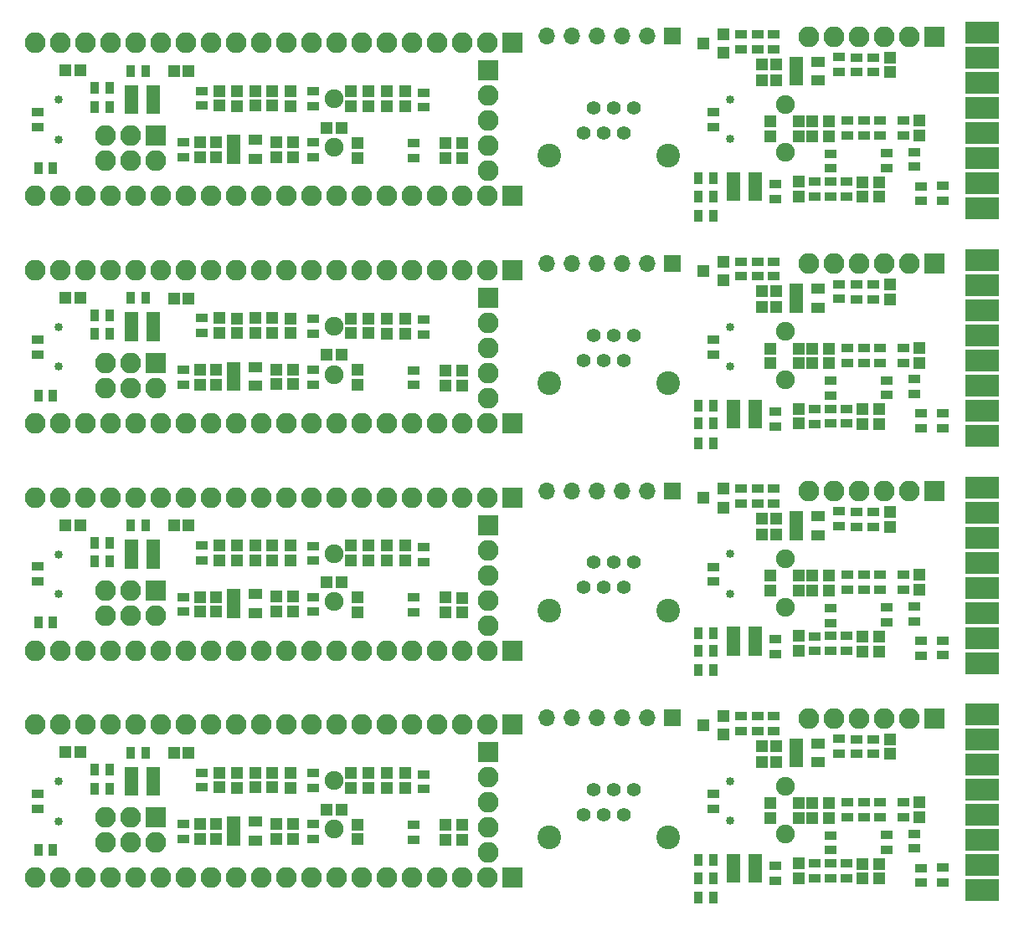
<source format=gbs>
%MOIN*%
%OFA0B0*%
%FSLAX46Y46*%
%IPPOS*%
%LPD*%
%ADD10C,0.0039370078740157488*%
%ADD11R,0.051181102362204731X0.035433070866141732*%
%ADD12R,0.082677165354330714X0.082677165354330714*%
%ADD13O,0.082677165354330714X0.082677165354330714*%
%ADD14R,0.0452755905511811X0.047244094488188976*%
%ADD15R,0.05748031496062992X0.041338582677165357*%
%ADD16R,0.035433070866141732X0.051181102362204731*%
%ADD17R,0.051181102362204731X0.047244094488188976*%
%ADD18R,0.047244094488188976X0.0452755905511811*%
%ADD19C,0.074803149606299218*%
%ADD20C,0.033464566929133861*%
%ADD31C,0.0039370078740157488*%
%ADD32R,0.051181102362204731X0.035433070866141732*%
%ADD33R,0.082677165354330714X0.082677165354330714*%
%ADD34O,0.082677165354330714X0.082677165354330714*%
%ADD35R,0.0452755905511811X0.047244094488188976*%
%ADD36R,0.05748031496062992X0.041338582677165357*%
%ADD37R,0.035433070866141732X0.051181102362204731*%
%ADD38R,0.051181102362204731X0.047244094488188976*%
%ADD39R,0.047244094488188976X0.0452755905511811*%
%ADD40C,0.074803149606299218*%
%ADD41C,0.033464566929133861*%
%ADD42C,0.0039370078740157488*%
%ADD43R,0.051181102362204731X0.035433070866141732*%
%ADD44R,0.082677165354330714X0.082677165354330714*%
%ADD45O,0.082677165354330714X0.082677165354330714*%
%ADD46R,0.0452755905511811X0.047244094488188976*%
%ADD47R,0.05748031496062992X0.041338582677165357*%
%ADD48R,0.035433070866141732X0.051181102362204731*%
%ADD49R,0.051181102362204731X0.047244094488188976*%
%ADD50R,0.047244094488188976X0.0452755905511811*%
%ADD51C,0.074803149606299218*%
%ADD52C,0.033464566929133861*%
%ADD53C,0.0039370078740157488*%
%ADD54R,0.051181102362204731X0.035433070866141732*%
%ADD55R,0.082677165354330714X0.082677165354330714*%
%ADD56O,0.082677165354330714X0.082677165354330714*%
%ADD57R,0.0452755905511811X0.047244094488188976*%
%ADD58R,0.05748031496062992X0.041338582677165357*%
%ADD59R,0.035433070866141732X0.051181102362204731*%
%ADD60R,0.051181102362204731X0.047244094488188976*%
%ADD61R,0.047244094488188976X0.0452755905511811*%
%ADD62C,0.074803149606299218*%
%ADD63C,0.033464566929133861*%
%ADD64C,0.0039370078740157488*%
%ADD65C,0.033464566929133861*%
%ADD66R,0.082677165354330714X0.082677165354330714*%
%ADD67O,0.082677165354330714X0.082677165354330714*%
%ADD68R,0.035433070866141732X0.051181102362204731*%
%ADD69R,0.047244094488188976X0.0452755905511811*%
%ADD70R,0.0452755905511811X0.047244094488188976*%
%ADD71C,0.074803149606299218*%
%ADD72R,0.051181102362204731X0.035433070866141732*%
%ADD73R,0.05748031496062992X0.041338582677165357*%
%ADD74C,0.0039370078740157488*%
%ADD75C,0.033464566929133861*%
%ADD76R,0.082677165354330714X0.082677165354330714*%
%ADD77O,0.082677165354330714X0.082677165354330714*%
%ADD78R,0.035433070866141732X0.051181102362204731*%
%ADD79R,0.047244094488188976X0.0452755905511811*%
%ADD80R,0.0452755905511811X0.047244094488188976*%
%ADD81C,0.074803149606299218*%
%ADD82R,0.051181102362204731X0.035433070866141732*%
%ADD83R,0.05748031496062992X0.041338582677165357*%
%ADD84C,0.0039370078740157488*%
%ADD85C,0.033464566929133861*%
%ADD86R,0.082677165354330714X0.082677165354330714*%
%ADD87O,0.082677165354330714X0.082677165354330714*%
%ADD88R,0.035433070866141732X0.051181102362204731*%
%ADD89R,0.047244094488188976X0.0452755905511811*%
%ADD90R,0.0452755905511811X0.047244094488188976*%
%ADD91C,0.074803149606299218*%
%ADD92R,0.051181102362204731X0.035433070866141732*%
%ADD93R,0.05748031496062992X0.041338582677165357*%
%ADD94C,0.0039370078740157488*%
%ADD95C,0.033464566929133861*%
%ADD96R,0.082677165354330714X0.082677165354330714*%
%ADD97O,0.082677165354330714X0.082677165354330714*%
%ADD98R,0.035433070866141732X0.051181102362204731*%
%ADD99R,0.047244094488188976X0.0452755905511811*%
%ADD100R,0.0452755905511811X0.047244094488188976*%
%ADD101C,0.074803149606299218*%
%ADD102R,0.051181102362204731X0.035433070866141732*%
%ADD103R,0.05748031496062992X0.041338582677165357*%
%ADD104C,0.0039370078740157488*%
%ADD105C,0.094488188976377951*%
%ADD106C,0.055118110236220472*%
%ADD107R,0.066929133858267723X0.066929133858267723*%
%ADD108O,0.066929133858267723X0.066929133858267723*%
%ADD109C,0.0039370078740157488*%
%ADD110C,0.094488188976377951*%
%ADD111C,0.055118110236220472*%
%ADD112R,0.066929133858267723X0.066929133858267723*%
%ADD113O,0.066929133858267723X0.066929133858267723*%
%ADD114C,0.0039370078740157488*%
%ADD115C,0.094488188976377951*%
%ADD116C,0.055118110236220472*%
%ADD117R,0.066929133858267723X0.066929133858267723*%
%ADD118O,0.066929133858267723X0.066929133858267723*%
%ADD119C,0.0039370078740157488*%
%ADD120C,0.094488188976377951*%
%ADD121C,0.055118110236220472*%
%ADD122R,0.066929133858267723X0.066929133858267723*%
%ADD123O,0.066929133858267723X0.066929133858267723*%
G01G01*
D10*
D11*
X0002677165Y0000905511D02*
X0003242716Y0000319291D03*
X0003242716Y0000260236D03*
X0003574803Y0000267322D03*
X0003574803Y0000326377D03*
X0003465354Y0000322047D03*
X0003465354Y0000262992D03*
D10*
G36*
X0003913385Y0000843700D02*
X0003913385Y0000757086D01*
X0003779527Y0000757086D01*
X0003779527Y0000843700D01*
X0003913385Y0000843700D01*
X0003913385Y0000843700D01*
G37*
G36*
X0003913385Y0000743700D02*
X0003913385Y0000657086D01*
X0003779527Y0000657086D01*
X0003779527Y0000743700D01*
X0003913385Y0000743700D01*
X0003913385Y0000743700D01*
G37*
G36*
X0003913385Y0000643700D02*
X0003913385Y0000557086D01*
X0003779527Y0000557086D01*
X0003779527Y0000643700D01*
X0003913385Y0000643700D01*
X0003913385Y0000643700D01*
G37*
G36*
X0003913385Y0000543700D02*
X0003913385Y0000457086D01*
X0003779527Y0000457086D01*
X0003779527Y0000543700D01*
X0003913385Y0000543700D01*
X0003913385Y0000543700D01*
G37*
G36*
X0003913385Y0000443700D02*
X0003913385Y0000357086D01*
X0003779527Y0000357086D01*
X0003779527Y0000443700D01*
X0003913385Y0000443700D01*
X0003913385Y0000443700D01*
G37*
G36*
X0003913385Y0000343700D02*
X0003913385Y0000257086D01*
X0003779527Y0000257086D01*
X0003779527Y0000343700D01*
X0003913385Y0000343700D01*
X0003913385Y0000343700D01*
G37*
G36*
X0003913385Y0000243700D02*
X0003913385Y0000157086D01*
X0003779527Y0000157086D01*
X0003779527Y0000243700D01*
X0003913385Y0000243700D01*
X0003913385Y0000243700D01*
G37*
G36*
X0003913385Y0000143700D02*
X0003913385Y0000057086D01*
X0003779527Y0000057086D01*
X0003779527Y0000143700D01*
X0003913385Y0000143700D01*
X0003913385Y0000143700D01*
G37*
D12*
X0003654937Y0000786314D03*
D13*
X0003554937Y0000786314D03*
X0003454937Y0000786314D03*
X0003354937Y0000786314D03*
X0003254937Y0000786314D03*
X0003154937Y0000786314D03*
D11*
X0003345275Y0000643700D03*
X0003345275Y0000702755D03*
X0003307937Y0000392125D03*
X0003307937Y0000451181D03*
D14*
X0003370866Y0000205905D03*
X0003370866Y0000146850D03*
X0003596937Y0000392125D03*
X0003596937Y0000451181D03*
X0003480314Y0000643700D03*
X0003480314Y0000702755D03*
X0003235937Y0000389787D03*
X0003235937Y0000448842D03*
D11*
X0003022440Y0000137795D03*
X0003022440Y0000196850D03*
X0003688224Y0000191096D03*
X0003688224Y0000132041D03*
X0003603291Y0000130826D03*
X0003603291Y0000189881D03*
D15*
X0002857086Y0000150787D03*
X0002857086Y0000188188D03*
X0002857086Y0000225590D03*
X0002943700Y0000225590D03*
X0002943700Y0000150787D03*
X0002943700Y0000188188D03*
D11*
X0003412992Y0000702755D03*
X0003412992Y0000643700D03*
X0003375937Y0000451181D03*
X0003375937Y0000392125D03*
X0003440937Y0000392125D03*
X0003440937Y0000451181D03*
X0003532677Y0000451181D03*
X0003532677Y0000392125D03*
X0003017173Y0000794748D03*
X0003017173Y0000735692D03*
X0003274803Y0000705511D03*
X0003274803Y0000646456D03*
X0002885173Y0000735692D03*
X0002885173Y0000794748D03*
X0002951173Y0000794748D03*
X0002951173Y0000735692D03*
X0002774417Y0000484251D03*
X0002774417Y0000425196D03*
D16*
X0002775590Y0000071850D03*
X0002716535Y0000071850D03*
X0002775590Y0000220472D03*
X0002716535Y0000220472D03*
X0002775590Y0000149606D03*
X0002716535Y0000149606D03*
D11*
X0003242716Y0000208251D03*
X0003242716Y0000149196D03*
X0003305716Y0000208251D03*
X0003305716Y0000149196D03*
X0003180716Y0000207251D03*
X0003180716Y0000148196D03*
D17*
X0002814960Y0000795275D03*
X0002814960Y0000720472D03*
X0002736220Y0000757874D03*
D14*
X0003168897Y0000389370D03*
X0003168897Y0000448425D03*
D18*
X0003027267Y0000675685D03*
X0002968212Y0000675685D03*
D14*
X0003114566Y0000448818D03*
X0003114566Y0000389763D03*
X0003001968Y0000389370D03*
X0003001968Y0000448425D03*
X0003114716Y0000149196D03*
X0003114716Y0000208251D03*
X0003434645Y0000205905D03*
X0003434645Y0000146850D03*
D19*
X0003062937Y0000324314D03*
X0003062937Y0000516440D03*
D18*
X0003027267Y0000612685D03*
X0002968212Y0000612685D03*
D15*
X0003105511Y0000611023D03*
X0003105511Y0000648425D03*
X0003105511Y0000685826D03*
X0003192125Y0000685826D03*
X0003192125Y0000611023D03*
D20*
X0002842913Y0000534842D03*
X0002842913Y0000377362D03*
G04 next file*
G04 Gerber Fmt 4.6, Leading zero omitted, Abs format (unit mm)*
G04 Created by KiCad (PCBNEW 4.0.7) date 11/22/17 20:23:05*
G01G01*
G04 APERTURE LIST*
G04 APERTURE END LIST*
D31*
D32*
X0002677165Y0001811023D02*
X0003242716Y0001224803D03*
X0003242716Y0001165748D03*
X0003574803Y0001172834D03*
X0003574803Y0001231889D03*
X0003465354Y0001227559D03*
X0003465354Y0001168503D03*
D31*
G36*
X0003913385Y0001749212D02*
X0003913385Y0001662598D01*
X0003779527Y0001662598D01*
X0003779527Y0001749212D01*
X0003913385Y0001749212D01*
X0003913385Y0001749212D01*
G37*
G36*
X0003913385Y0001649212D02*
X0003913385Y0001562598D01*
X0003779527Y0001562598D01*
X0003779527Y0001649212D01*
X0003913385Y0001649212D01*
X0003913385Y0001649212D01*
G37*
G36*
X0003913385Y0001549212D02*
X0003913385Y0001462598D01*
X0003779527Y0001462598D01*
X0003779527Y0001549212D01*
X0003913385Y0001549212D01*
X0003913385Y0001549212D01*
G37*
G36*
X0003913385Y0001449212D02*
X0003913385Y0001362598D01*
X0003779527Y0001362598D01*
X0003779527Y0001449212D01*
X0003913385Y0001449212D01*
X0003913385Y0001449212D01*
G37*
G36*
X0003913385Y0001349212D02*
X0003913385Y0001262598D01*
X0003779527Y0001262598D01*
X0003779527Y0001349212D01*
X0003913385Y0001349212D01*
X0003913385Y0001349212D01*
G37*
G36*
X0003913385Y0001249212D02*
X0003913385Y0001162598D01*
X0003779527Y0001162598D01*
X0003779527Y0001249212D01*
X0003913385Y0001249212D01*
X0003913385Y0001249212D01*
G37*
G36*
X0003913385Y0001149212D02*
X0003913385Y0001062598D01*
X0003779527Y0001062598D01*
X0003779527Y0001149212D01*
X0003913385Y0001149212D01*
X0003913385Y0001149212D01*
G37*
G36*
X0003913385Y0001049212D02*
X0003913385Y0000962598D01*
X0003779527Y0000962598D01*
X0003779527Y0001049212D01*
X0003913385Y0001049212D01*
X0003913385Y0001049212D01*
G37*
D33*
X0003654937Y0001691826D03*
D34*
X0003554937Y0001691826D03*
X0003454937Y0001691826D03*
X0003354937Y0001691826D03*
X0003254937Y0001691826D03*
X0003154937Y0001691826D03*
D32*
X0003345275Y0001549212D03*
X0003345275Y0001608267D03*
X0003307937Y0001297637D03*
X0003307937Y0001356692D03*
D35*
X0003370866Y0001111417D03*
X0003370866Y0001052362D03*
X0003596937Y0001297637D03*
X0003596937Y0001356692D03*
X0003480314Y0001549212D03*
X0003480314Y0001608267D03*
X0003235937Y0001295299D03*
X0003235937Y0001354354D03*
D32*
X0003022440Y0001043307D03*
X0003022440Y0001102362D03*
X0003688224Y0001096608D03*
X0003688224Y0001037553D03*
X0003603291Y0001036338D03*
X0003603291Y0001095393D03*
D36*
X0002857086Y0001056299D03*
X0002857086Y0001093700D03*
X0002857086Y0001131102D03*
X0002943700Y0001131102D03*
X0002943700Y0001056299D03*
X0002943700Y0001093700D03*
D32*
X0003412992Y0001608267D03*
X0003412992Y0001549212D03*
X0003375937Y0001356692D03*
X0003375937Y0001297637D03*
X0003440937Y0001297637D03*
X0003440937Y0001356692D03*
X0003532677Y0001356692D03*
X0003532677Y0001297637D03*
X0003017173Y0001700259D03*
X0003017173Y0001641204D03*
X0003274803Y0001611023D03*
X0003274803Y0001551968D03*
X0002885173Y0001641204D03*
X0002885173Y0001700259D03*
X0002951173Y0001700259D03*
X0002951173Y0001641204D03*
X0002774417Y0001389763D03*
X0002774417Y0001330708D03*
D37*
X0002775590Y0000977362D03*
X0002716535Y0000977362D03*
X0002775590Y0001125984D03*
X0002716535Y0001125984D03*
X0002775590Y0001055118D03*
X0002716535Y0001055118D03*
D32*
X0003242716Y0001113763D03*
X0003242716Y0001054708D03*
X0003305716Y0001113763D03*
X0003305716Y0001054708D03*
X0003180716Y0001112763D03*
X0003180716Y0001053708D03*
D38*
X0002814960Y0001700787D03*
X0002814960Y0001625984D03*
X0002736220Y0001663385D03*
D35*
X0003168897Y0001294881D03*
X0003168897Y0001353937D03*
D39*
X0003027267Y0001581196D03*
X0002968212Y0001581196D03*
D35*
X0003114566Y0001354330D03*
X0003114566Y0001295275D03*
X0003001968Y0001294881D03*
X0003001968Y0001353937D03*
X0003114716Y0001054708D03*
X0003114716Y0001113763D03*
X0003434645Y0001111417D03*
X0003434645Y0001052362D03*
D40*
X0003062937Y0001229826D03*
X0003062937Y0001421952D03*
D39*
X0003027267Y0001518196D03*
X0002968212Y0001518196D03*
D36*
X0003105511Y0001516535D03*
X0003105511Y0001553937D03*
X0003105511Y0001591338D03*
X0003192125Y0001591338D03*
X0003192125Y0001516535D03*
D41*
X0002842913Y0001440354D03*
X0002842913Y0001282874D03*
G04 next file*
G04 Gerber Fmt 4.6, Leading zero omitted, Abs format (unit mm)*
G04 Created by KiCad (PCBNEW 4.0.7) date 11/22/17 20:23:05*
G01G01*
G04 APERTURE LIST*
G04 APERTURE END LIST*
D42*
D43*
X0002677165Y0002716535D02*
X0003242716Y0002130314D03*
X0003242716Y0002071259D03*
X0003574803Y0002078346D03*
X0003574803Y0002137401D03*
X0003465354Y0002133070D03*
X0003465354Y0002074015D03*
D42*
G36*
X0003913385Y0002654724D02*
X0003913385Y0002568110D01*
X0003779527Y0002568110D01*
X0003779527Y0002654724D01*
X0003913385Y0002654724D01*
X0003913385Y0002654724D01*
G37*
G36*
X0003913385Y0002554724D02*
X0003913385Y0002468110D01*
X0003779527Y0002468110D01*
X0003779527Y0002554724D01*
X0003913385Y0002554724D01*
X0003913385Y0002554724D01*
G37*
G36*
X0003913385Y0002454724D02*
X0003913385Y0002368110D01*
X0003779527Y0002368110D01*
X0003779527Y0002454724D01*
X0003913385Y0002454724D01*
X0003913385Y0002454724D01*
G37*
G36*
X0003913385Y0002354724D02*
X0003913385Y0002268110D01*
X0003779527Y0002268110D01*
X0003779527Y0002354724D01*
X0003913385Y0002354724D01*
X0003913385Y0002354724D01*
G37*
G36*
X0003913385Y0002254724D02*
X0003913385Y0002168110D01*
X0003779527Y0002168110D01*
X0003779527Y0002254724D01*
X0003913385Y0002254724D01*
X0003913385Y0002254724D01*
G37*
G36*
X0003913385Y0002154724D02*
X0003913385Y0002068110D01*
X0003779527Y0002068110D01*
X0003779527Y0002154724D01*
X0003913385Y0002154724D01*
X0003913385Y0002154724D01*
G37*
G36*
X0003913385Y0002054724D02*
X0003913385Y0001968110D01*
X0003779527Y0001968110D01*
X0003779527Y0002054724D01*
X0003913385Y0002054724D01*
X0003913385Y0002054724D01*
G37*
G36*
X0003913385Y0001954724D02*
X0003913385Y0001868110D01*
X0003779527Y0001868110D01*
X0003779527Y0001954724D01*
X0003913385Y0001954724D01*
X0003913385Y0001954724D01*
G37*
D44*
X0003654937Y0002597338D03*
D45*
X0003554937Y0002597338D03*
X0003454937Y0002597338D03*
X0003354937Y0002597338D03*
X0003254937Y0002597338D03*
X0003154937Y0002597338D03*
D43*
X0003345275Y0002454724D03*
X0003345275Y0002513779D03*
X0003307937Y0002203149D03*
X0003307937Y0002262204D03*
D46*
X0003370866Y0002016929D03*
X0003370866Y0001957874D03*
X0003596937Y0002203149D03*
X0003596937Y0002262204D03*
X0003480314Y0002454724D03*
X0003480314Y0002513779D03*
X0003235937Y0002200811D03*
X0003235937Y0002259866D03*
D43*
X0003022440Y0001948818D03*
X0003022440Y0002007874D03*
X0003688224Y0002002120D03*
X0003688224Y0001943064D03*
X0003603291Y0001941850D03*
X0003603291Y0002000905D03*
D47*
X0002857086Y0001961811D03*
X0002857086Y0001999212D03*
X0002857086Y0002036614D03*
X0002943700Y0002036614D03*
X0002943700Y0001961811D03*
X0002943700Y0001999212D03*
D43*
X0003412992Y0002513779D03*
X0003412992Y0002454724D03*
X0003375937Y0002262204D03*
X0003375937Y0002203149D03*
X0003440937Y0002203149D03*
X0003440937Y0002262204D03*
X0003532677Y0002262204D03*
X0003532677Y0002203149D03*
X0003017173Y0002605771D03*
X0003017173Y0002546716D03*
X0003274803Y0002516535D03*
X0003274803Y0002457480D03*
X0002885173Y0002546716D03*
X0002885173Y0002605771D03*
X0002951173Y0002605771D03*
X0002951173Y0002546716D03*
X0002774417Y0002295275D03*
X0002774417Y0002236220D03*
D48*
X0002775590Y0001882874D03*
X0002716535Y0001882874D03*
X0002775590Y0002031496D03*
X0002716535Y0002031496D03*
X0002775590Y0001960629D03*
X0002716535Y0001960629D03*
D43*
X0003242716Y0002019275D03*
X0003242716Y0001960220D03*
X0003305716Y0002019275D03*
X0003305716Y0001960220D03*
X0003180716Y0002018275D03*
X0003180716Y0001959220D03*
D49*
X0002814960Y0002606299D03*
X0002814960Y0002531496D03*
X0002736220Y0002568897D03*
D46*
X0003168897Y0002200393D03*
X0003168897Y0002259448D03*
D50*
X0003027267Y0002486708D03*
X0002968212Y0002486708D03*
D46*
X0003114566Y0002259842D03*
X0003114566Y0002200787D03*
X0003001968Y0002200393D03*
X0003001968Y0002259448D03*
X0003114716Y0001960220D03*
X0003114716Y0002019275D03*
X0003434645Y0002016929D03*
X0003434645Y0001957874D03*
D51*
X0003062937Y0002135338D03*
X0003062937Y0002327464D03*
D50*
X0003027267Y0002423708D03*
X0002968212Y0002423708D03*
D47*
X0003105511Y0002422047D03*
X0003105511Y0002459448D03*
X0003105511Y0002496850D03*
X0003192125Y0002496850D03*
X0003192125Y0002422047D03*
D52*
X0002842913Y0002345866D03*
X0002842913Y0002188385D03*
G04 next file*
G04 Gerber Fmt 4.6, Leading zero omitted, Abs format (unit mm)*
G04 Created by KiCad (PCBNEW 4.0.7) date 11/22/17 20:23:05*
G01G01*
G04 APERTURE LIST*
G04 APERTURE END LIST*
D53*
D54*
X0002677165Y0003622047D02*
X0003242716Y0003035826D03*
X0003242716Y0002976771D03*
X0003574803Y0002983858D03*
X0003574803Y0003042913D03*
X0003465354Y0003038582D03*
X0003465354Y0002979527D03*
D53*
G36*
X0003913385Y0003560236D02*
X0003913385Y0003473622D01*
X0003779527Y0003473622D01*
X0003779527Y0003560236D01*
X0003913385Y0003560236D01*
X0003913385Y0003560236D01*
G37*
G36*
X0003913385Y0003460236D02*
X0003913385Y0003373622D01*
X0003779527Y0003373622D01*
X0003779527Y0003460236D01*
X0003913385Y0003460236D01*
X0003913385Y0003460236D01*
G37*
G36*
X0003913385Y0003360236D02*
X0003913385Y0003273622D01*
X0003779527Y0003273622D01*
X0003779527Y0003360236D01*
X0003913385Y0003360236D01*
X0003913385Y0003360236D01*
G37*
G36*
X0003913385Y0003260236D02*
X0003913385Y0003173622D01*
X0003779527Y0003173622D01*
X0003779527Y0003260236D01*
X0003913385Y0003260236D01*
X0003913385Y0003260236D01*
G37*
G36*
X0003913385Y0003160236D02*
X0003913385Y0003073622D01*
X0003779527Y0003073622D01*
X0003779527Y0003160236D01*
X0003913385Y0003160236D01*
X0003913385Y0003160236D01*
G37*
G36*
X0003913385Y0003060236D02*
X0003913385Y0002973622D01*
X0003779527Y0002973622D01*
X0003779527Y0003060236D01*
X0003913385Y0003060236D01*
X0003913385Y0003060236D01*
G37*
G36*
X0003913385Y0002960236D02*
X0003913385Y0002873622D01*
X0003779527Y0002873622D01*
X0003779527Y0002960236D01*
X0003913385Y0002960236D01*
X0003913385Y0002960236D01*
G37*
G36*
X0003913385Y0002860236D02*
X0003913385Y0002773622D01*
X0003779527Y0002773622D01*
X0003779527Y0002860236D01*
X0003913385Y0002860236D01*
X0003913385Y0002860236D01*
G37*
D55*
X0003654937Y0003502850D03*
D56*
X0003554937Y0003502850D03*
X0003454937Y0003502850D03*
X0003354937Y0003502850D03*
X0003254937Y0003502850D03*
X0003154937Y0003502850D03*
D54*
X0003345275Y0003360236D03*
X0003345275Y0003419291D03*
X0003307937Y0003108661D03*
X0003307937Y0003167716D03*
D57*
X0003370866Y0002922440D03*
X0003370866Y0002863385D03*
X0003596937Y0003108661D03*
X0003596937Y0003167716D03*
X0003480314Y0003360236D03*
X0003480314Y0003419291D03*
X0003235937Y0003106322D03*
X0003235937Y0003165377D03*
D54*
X0003022440Y0002854330D03*
X0003022440Y0002913385D03*
X0003688224Y0002907631D03*
X0003688224Y0002848576D03*
X0003603291Y0002847362D03*
X0003603291Y0002906417D03*
D58*
X0002857086Y0002867322D03*
X0002857086Y0002904724D03*
X0002857086Y0002942125D03*
X0002943700Y0002942125D03*
X0002943700Y0002867322D03*
X0002943700Y0002904724D03*
D54*
X0003412992Y0003419291D03*
X0003412992Y0003360236D03*
X0003375937Y0003167716D03*
X0003375937Y0003108661D03*
X0003440937Y0003108661D03*
X0003440937Y0003167716D03*
X0003532677Y0003167716D03*
X0003532677Y0003108661D03*
X0003017173Y0003511283D03*
X0003017173Y0003452228D03*
X0003274803Y0003422047D03*
X0003274803Y0003362992D03*
X0002885173Y0003452228D03*
X0002885173Y0003511283D03*
X0002951173Y0003511283D03*
X0002951173Y0003452228D03*
X0002774417Y0003200787D03*
X0002774417Y0003141732D03*
D59*
X0002775590Y0002788385D03*
X0002716535Y0002788385D03*
X0002775590Y0002937007D03*
X0002716535Y0002937007D03*
X0002775590Y0002866141D03*
X0002716535Y0002866141D03*
D54*
X0003242716Y0002924787D03*
X0003242716Y0002865732D03*
X0003305716Y0002924787D03*
X0003305716Y0002865732D03*
X0003180716Y0002923787D03*
X0003180716Y0002864732D03*
D60*
X0002814960Y0003511811D03*
X0002814960Y0003437007D03*
X0002736220Y0003474409D03*
D57*
X0003168897Y0003105905D03*
X0003168897Y0003164960D03*
D61*
X0003027267Y0003392220D03*
X0002968212Y0003392220D03*
D57*
X0003114566Y0003165354D03*
X0003114566Y0003106299D03*
X0003001968Y0003105905D03*
X0003001968Y0003164960D03*
X0003114716Y0002865732D03*
X0003114716Y0002924787D03*
X0003434645Y0002922440D03*
X0003434645Y0002863385D03*
D62*
X0003062937Y0003040850D03*
X0003062937Y0003232976D03*
D61*
X0003027267Y0003329220D03*
X0002968212Y0003329220D03*
D58*
X0003105511Y0003327559D03*
X0003105511Y0003364960D03*
X0003105511Y0003402362D03*
X0003192125Y0003402362D03*
X0003192125Y0003327559D03*
D63*
X0002842913Y0003251377D03*
X0002842913Y0003093897D03*
G04 next file*
G04 Gerber Fmt 4.6, Leading zero omitted, Abs format (unit mm)*
G04 Created by KiCad (PCBNEW 4.0.7) date 11/22/17 20:15:40*
G01G01*
G04 APERTURE LIST*
G04 APERTURE END LIST*
D64*
D65*
X0000000000Y0001811023D02*
X0000168188Y0001439094D03*
X0000168188Y0001281614D03*
D66*
X0001880787Y0001555826D03*
D67*
X0001880787Y0001455826D03*
X0001880787Y0001355826D03*
X0001880787Y0001255826D03*
X0001880787Y0001155826D03*
D68*
X0000088267Y0001166850D03*
X0000147322Y0001166850D03*
D69*
X0001236299Y0001328267D03*
X0001295354Y0001328267D03*
D70*
X0001359921Y0001268031D03*
X0001359921Y0001208976D03*
X0001775669Y0001207007D03*
X0001775669Y0001266062D03*
D69*
X0000255196Y0001556220D03*
X0000196141Y0001556220D03*
X0000628425Y0001553858D03*
X0000687480Y0001553858D03*
D71*
X0001265433Y0001251102D03*
X0001265433Y0001443228D03*
D72*
X0000665826Y0001269606D03*
X0000665826Y0001210551D03*
D70*
X0000731968Y0001210944D03*
X0000731968Y0001269999D03*
X0000796535Y0001269606D03*
X0000796535Y0001210551D03*
D73*
X0000866220Y0001205433D03*
X0000866220Y0001242834D03*
X0000866220Y0001280236D03*
X0000952834Y0001280236D03*
X0000952834Y0001205433D03*
D70*
X0001034724Y0001270787D03*
X0001034724Y0001211732D03*
X0001103228Y0001270393D03*
X0001103228Y0001211338D03*
D72*
X0001181574Y0001269606D03*
X0001181574Y0001210551D03*
X0001582362Y0001267244D03*
X0001582362Y0001208188D03*
D70*
X0001710708Y0001207795D03*
X0001710708Y0001266850D03*
D72*
X0001623622Y0001468503D03*
X0001623622Y0001409448D03*
D70*
X0001476456Y0001414488D03*
X0001476456Y0001473543D03*
X0001401653Y0001474330D03*
X0001401653Y0001415275D03*
X0001333543Y0001474330D03*
X0001333543Y0001415275D03*
D72*
X0001184330Y0001413700D03*
X0001184330Y0001472755D03*
D70*
X0001093385Y0001415275D03*
X0001093385Y0001474330D03*
X0000810708Y0001415669D03*
X0000810708Y0001474724D03*
X0001019370Y0001415669D03*
X0001019370Y0001474724D03*
X0000878818Y0001414881D03*
X0000878818Y0001473937D03*
X0000952834Y0001416062D03*
X0000952834Y0001475118D03*
D72*
X0000739055Y0001475511D03*
X0000739055Y0001416456D03*
D68*
X0000516535Y0001554724D03*
X0000457480Y0001554724D03*
D73*
X0000546535Y0001477874D03*
X0000546535Y0001440472D03*
X0000546535Y0001403070D03*
X0000459921Y0001403070D03*
X0000459921Y0001477874D03*
X0000459921Y0001440472D03*
D68*
X0000372125Y0001411338D03*
X0000313070Y0001411338D03*
X0000372125Y0001486535D03*
X0000313070Y0001486535D03*
D72*
X0000085118Y0001390078D03*
X0000085118Y0001331023D03*
D66*
X0001974488Y0001055826D03*
D67*
X0001874488Y0001055826D03*
X0001774488Y0001055826D03*
X0001674488Y0001055826D03*
X0001574488Y0001055826D03*
X0001474488Y0001055826D03*
X0001374488Y0001055826D03*
X0001274488Y0001055826D03*
X0001174488Y0001055826D03*
X0001074488Y0001055826D03*
X0000974488Y0001055826D03*
X0000874488Y0001055826D03*
X0000774488Y0001055826D03*
X0000674488Y0001055826D03*
X0000574488Y0001055826D03*
X0000474488Y0001055826D03*
X0000374488Y0001055826D03*
X0000274488Y0001055826D03*
X0000174488Y0001055826D03*
X0000074488Y0001055826D03*
D66*
X0001974488Y0001666062D03*
D67*
X0001874488Y0001666062D03*
X0001774488Y0001666062D03*
X0001674488Y0001666062D03*
X0001574488Y0001666062D03*
X0001474488Y0001666062D03*
X0001374488Y0001666062D03*
X0001274488Y0001666062D03*
X0001174488Y0001666062D03*
X0001074488Y0001666062D03*
X0000974488Y0001666062D03*
X0000874488Y0001666062D03*
X0000774488Y0001666062D03*
X0000674488Y0001666062D03*
X0000574488Y0001666062D03*
X0000474488Y0001666062D03*
X0000374488Y0001666062D03*
X0000274488Y0001666062D03*
X0000174488Y0001666062D03*
X0000074488Y0001666062D03*
D66*
X0000555511Y0001296062D03*
D67*
X0000555511Y0001196062D03*
X0000455511Y0001296062D03*
X0000455511Y0001196062D03*
X0000355511Y0001296062D03*
X0000355511Y0001196062D03*
D70*
X0001549685Y0001414488D03*
X0001549685Y0001473543D03*
G04 next file*
G04 Gerber Fmt 4.6, Leading zero omitted, Abs format (unit mm)*
G04 Created by KiCad (PCBNEW 4.0.7) date 11/22/17 20:15:40*
G01G01*
G04 APERTURE LIST*
G04 APERTURE END LIST*
D74*
D75*
X0000000000Y0002716535D02*
X0000168188Y0002344606D03*
X0000168188Y0002187125D03*
D76*
X0001880787Y0002461338D03*
D77*
X0001880787Y0002361338D03*
X0001880787Y0002261338D03*
X0001880787Y0002161338D03*
X0001880787Y0002061338D03*
D78*
X0000088267Y0002072362D03*
X0000147322Y0002072362D03*
D79*
X0001236299Y0002233779D03*
X0001295354Y0002233779D03*
D80*
X0001359921Y0002173543D03*
X0001359921Y0002114488D03*
X0001775669Y0002112519D03*
X0001775669Y0002171574D03*
D79*
X0000255196Y0002461732D03*
X0000196141Y0002461732D03*
X0000628425Y0002459370D03*
X0000687480Y0002459370D03*
D81*
X0001265433Y0002156614D03*
X0001265433Y0002348740D03*
D82*
X0000665826Y0002175118D03*
X0000665826Y0002116062D03*
D80*
X0000731968Y0002116456D03*
X0000731968Y0002175511D03*
X0000796535Y0002175118D03*
X0000796535Y0002116062D03*
D83*
X0000866220Y0002110944D03*
X0000866220Y0002148346D03*
X0000866220Y0002185748D03*
X0000952834Y0002185748D03*
X0000952834Y0002110944D03*
D80*
X0001034724Y0002176299D03*
X0001034724Y0002117244D03*
X0001103228Y0002175905D03*
X0001103228Y0002116850D03*
D82*
X0001181574Y0002175118D03*
X0001181574Y0002116062D03*
X0001582362Y0002172755D03*
X0001582362Y0002113700D03*
D80*
X0001710708Y0002113307D03*
X0001710708Y0002172362D03*
D82*
X0001623622Y0002374015D03*
X0001623622Y0002314960D03*
D80*
X0001476456Y0002320000D03*
X0001476456Y0002379055D03*
X0001401653Y0002379842D03*
X0001401653Y0002320787D03*
X0001333543Y0002379842D03*
X0001333543Y0002320787D03*
D82*
X0001184330Y0002319212D03*
X0001184330Y0002378267D03*
D80*
X0001093385Y0002320787D03*
X0001093385Y0002379842D03*
X0000810708Y0002321181D03*
X0000810708Y0002380236D03*
X0001019370Y0002321181D03*
X0001019370Y0002380236D03*
X0000878818Y0002320393D03*
X0000878818Y0002379448D03*
X0000952834Y0002321574D03*
X0000952834Y0002380629D03*
D82*
X0000739055Y0002381023D03*
X0000739055Y0002321968D03*
D78*
X0000516535Y0002460236D03*
X0000457480Y0002460236D03*
D83*
X0000546535Y0002383385D03*
X0000546535Y0002345984D03*
X0000546535Y0002308582D03*
X0000459921Y0002308582D03*
X0000459921Y0002383385D03*
X0000459921Y0002345984D03*
D78*
X0000372125Y0002316850D03*
X0000313070Y0002316850D03*
X0000372125Y0002392047D03*
X0000313070Y0002392047D03*
D82*
X0000085118Y0002295590D03*
X0000085118Y0002236535D03*
D76*
X0001974488Y0001961338D03*
D77*
X0001874488Y0001961338D03*
X0001774488Y0001961338D03*
X0001674488Y0001961338D03*
X0001574488Y0001961338D03*
X0001474488Y0001961338D03*
X0001374488Y0001961338D03*
X0001274488Y0001961338D03*
X0001174488Y0001961338D03*
X0001074488Y0001961338D03*
X0000974488Y0001961338D03*
X0000874488Y0001961338D03*
X0000774488Y0001961338D03*
X0000674488Y0001961338D03*
X0000574488Y0001961338D03*
X0000474488Y0001961338D03*
X0000374488Y0001961338D03*
X0000274488Y0001961338D03*
X0000174488Y0001961338D03*
X0000074488Y0001961338D03*
D76*
X0001974488Y0002571574D03*
D77*
X0001874488Y0002571574D03*
X0001774488Y0002571574D03*
X0001674488Y0002571574D03*
X0001574488Y0002571574D03*
X0001474488Y0002571574D03*
X0001374488Y0002571574D03*
X0001274488Y0002571574D03*
X0001174488Y0002571574D03*
X0001074488Y0002571574D03*
X0000974488Y0002571574D03*
X0000874488Y0002571574D03*
X0000774488Y0002571574D03*
X0000674488Y0002571574D03*
X0000574488Y0002571574D03*
X0000474488Y0002571574D03*
X0000374488Y0002571574D03*
X0000274488Y0002571574D03*
X0000174488Y0002571574D03*
X0000074488Y0002571574D03*
D76*
X0000555511Y0002201574D03*
D77*
X0000555511Y0002101574D03*
X0000455511Y0002201574D03*
X0000455511Y0002101574D03*
X0000355511Y0002201574D03*
X0000355511Y0002101574D03*
D80*
X0001549685Y0002320000D03*
X0001549685Y0002379055D03*
G04 next file*
G04 Gerber Fmt 4.6, Leading zero omitted, Abs format (unit mm)*
G04 Created by KiCad (PCBNEW 4.0.7) date 11/22/17 20:15:40*
G01G01*
G04 APERTURE LIST*
G04 APERTURE END LIST*
D84*
D85*
X0000000000Y0000905511D02*
X0000168188Y0000533582D03*
X0000168188Y0000376102D03*
D86*
X0001880787Y0000650314D03*
D87*
X0001880787Y0000550314D03*
X0001880787Y0000450314D03*
X0001880787Y0000350314D03*
X0001880787Y0000250314D03*
D88*
X0000088267Y0000261338D03*
X0000147322Y0000261338D03*
D89*
X0001236299Y0000422755D03*
X0001295354Y0000422755D03*
D90*
X0001359921Y0000362519D03*
X0001359921Y0000303464D03*
X0001775669Y0000301496D03*
X0001775669Y0000360551D03*
D89*
X0000255196Y0000650708D03*
X0000196141Y0000650708D03*
X0000628425Y0000648346D03*
X0000687480Y0000648346D03*
D91*
X0001265433Y0000345590D03*
X0001265433Y0000537716D03*
D92*
X0000665826Y0000364094D03*
X0000665826Y0000305039D03*
D90*
X0000731968Y0000305433D03*
X0000731968Y0000364488D03*
X0000796535Y0000364094D03*
X0000796535Y0000305039D03*
D93*
X0000866220Y0000299921D03*
X0000866220Y0000337322D03*
X0000866220Y0000374724D03*
X0000952834Y0000374724D03*
X0000952834Y0000299921D03*
D90*
X0001034724Y0000365275D03*
X0001034724Y0000306220D03*
X0001103228Y0000364881D03*
X0001103228Y0000305826D03*
D92*
X0001181574Y0000364094D03*
X0001181574Y0000305039D03*
X0001582362Y0000361732D03*
X0001582362Y0000302677D03*
D90*
X0001710708Y0000302283D03*
X0001710708Y0000361338D03*
D92*
X0001623622Y0000562992D03*
X0001623622Y0000503937D03*
D90*
X0001476456Y0000508976D03*
X0001476456Y0000568031D03*
X0001401653Y0000568818D03*
X0001401653Y0000509763D03*
X0001333543Y0000568818D03*
X0001333543Y0000509763D03*
D92*
X0001184330Y0000508188D03*
X0001184330Y0000567244D03*
D90*
X0001093385Y0000509763D03*
X0001093385Y0000568818D03*
X0000810708Y0000510157D03*
X0000810708Y0000569212D03*
X0001019370Y0000510157D03*
X0001019370Y0000569212D03*
X0000878818Y0000509370D03*
X0000878818Y0000568425D03*
X0000952834Y0000510551D03*
X0000952834Y0000569606D03*
D92*
X0000739055Y0000570000D03*
X0000739055Y0000510944D03*
D88*
X0000516535Y0000649212D03*
X0000457480Y0000649212D03*
D93*
X0000546535Y0000572362D03*
X0000546535Y0000534960D03*
X0000546535Y0000497559D03*
X0000459921Y0000497559D03*
X0000459921Y0000572362D03*
X0000459921Y0000534960D03*
D88*
X0000372125Y0000505826D03*
X0000313070Y0000505826D03*
X0000372125Y0000581023D03*
X0000313070Y0000581023D03*
D92*
X0000085118Y0000484566D03*
X0000085118Y0000425511D03*
D86*
X0001974488Y0000150314D03*
D87*
X0001874488Y0000150314D03*
X0001774488Y0000150314D03*
X0001674488Y0000150314D03*
X0001574488Y0000150314D03*
X0001474488Y0000150314D03*
X0001374488Y0000150314D03*
X0001274488Y0000150314D03*
X0001174488Y0000150314D03*
X0001074488Y0000150314D03*
X0000974488Y0000150314D03*
X0000874488Y0000150314D03*
X0000774488Y0000150314D03*
X0000674488Y0000150314D03*
X0000574488Y0000150314D03*
X0000474488Y0000150314D03*
X0000374488Y0000150314D03*
X0000274488Y0000150314D03*
X0000174488Y0000150314D03*
X0000074488Y0000150314D03*
D86*
X0001974488Y0000760551D03*
D87*
X0001874488Y0000760551D03*
X0001774488Y0000760551D03*
X0001674488Y0000760551D03*
X0001574488Y0000760551D03*
X0001474488Y0000760551D03*
X0001374488Y0000760551D03*
X0001274488Y0000760551D03*
X0001174488Y0000760551D03*
X0001074488Y0000760551D03*
X0000974488Y0000760551D03*
X0000874488Y0000760551D03*
X0000774488Y0000760551D03*
X0000674488Y0000760551D03*
X0000574488Y0000760551D03*
X0000474488Y0000760551D03*
X0000374488Y0000760551D03*
X0000274488Y0000760551D03*
X0000174488Y0000760551D03*
X0000074488Y0000760551D03*
D86*
X0000555511Y0000390551D03*
D87*
X0000555511Y0000290551D03*
X0000455511Y0000390551D03*
X0000455511Y0000290551D03*
X0000355511Y0000390551D03*
X0000355511Y0000290551D03*
D90*
X0001549685Y0000508976D03*
X0001549685Y0000568031D03*
G04 next file*
G04 Gerber Fmt 4.6, Leading zero omitted, Abs format (unit mm)*
G04 Created by KiCad (PCBNEW 4.0.7) date 11/22/17 20:15:40*
G01G01*
G04 APERTURE LIST*
G04 APERTURE END LIST*
D94*
D95*
X0000000000Y0003622047D02*
X0000168188Y0003250118D03*
X0000168188Y0003092637D03*
D96*
X0001880787Y0003366850D03*
D97*
X0001880787Y0003266850D03*
X0001880787Y0003166850D03*
X0001880787Y0003066850D03*
X0001880787Y0002966850D03*
D98*
X0000088267Y0002977874D03*
X0000147322Y0002977874D03*
D99*
X0001236299Y0003139291D03*
X0001295354Y0003139291D03*
D100*
X0001359921Y0003079055D03*
X0001359921Y0003020000D03*
X0001775669Y0003018031D03*
X0001775669Y0003077086D03*
D99*
X0000255196Y0003367244D03*
X0000196141Y0003367244D03*
X0000628425Y0003364881D03*
X0000687480Y0003364881D03*
D101*
X0001265433Y0003062125D03*
X0001265433Y0003254251D03*
D102*
X0000665826Y0003080629D03*
X0000665826Y0003021574D03*
D100*
X0000731968Y0003021968D03*
X0000731968Y0003081023D03*
X0000796535Y0003080629D03*
X0000796535Y0003021574D03*
D103*
X0000866220Y0003016456D03*
X0000866220Y0003053858D03*
X0000866220Y0003091259D03*
X0000952834Y0003091259D03*
X0000952834Y0003016456D03*
D100*
X0001034724Y0003081811D03*
X0001034724Y0003022755D03*
X0001103228Y0003081417D03*
X0001103228Y0003022362D03*
D102*
X0001181574Y0003080629D03*
X0001181574Y0003021574D03*
X0001582362Y0003078267D03*
X0001582362Y0003019212D03*
D100*
X0001710708Y0003018818D03*
X0001710708Y0003077874D03*
D102*
X0001623622Y0003279527D03*
X0001623622Y0003220472D03*
D100*
X0001476456Y0003225511D03*
X0001476456Y0003284566D03*
X0001401653Y0003285354D03*
X0001401653Y0003226299D03*
X0001333543Y0003285354D03*
X0001333543Y0003226299D03*
D102*
X0001184330Y0003224724D03*
X0001184330Y0003283779D03*
D100*
X0001093385Y0003226299D03*
X0001093385Y0003285354D03*
X0000810708Y0003226692D03*
X0000810708Y0003285748D03*
X0001019370Y0003226692D03*
X0001019370Y0003285748D03*
X0000878818Y0003225905D03*
X0000878818Y0003284960D03*
X0000952834Y0003227086D03*
X0000952834Y0003286141D03*
D102*
X0000739055Y0003286535D03*
X0000739055Y0003227480D03*
D98*
X0000516535Y0003365748D03*
X0000457480Y0003365748D03*
D103*
X0000546535Y0003288897D03*
X0000546535Y0003251496D03*
X0000546535Y0003214094D03*
X0000459921Y0003214094D03*
X0000459921Y0003288897D03*
X0000459921Y0003251496D03*
D98*
X0000372125Y0003222362D03*
X0000313070Y0003222362D03*
X0000372125Y0003297559D03*
X0000313070Y0003297559D03*
D102*
X0000085118Y0003201102D03*
X0000085118Y0003142047D03*
D96*
X0001974488Y0002866850D03*
D97*
X0001874488Y0002866850D03*
X0001774488Y0002866850D03*
X0001674488Y0002866850D03*
X0001574488Y0002866850D03*
X0001474488Y0002866850D03*
X0001374488Y0002866850D03*
X0001274488Y0002866850D03*
X0001174488Y0002866850D03*
X0001074488Y0002866850D03*
X0000974488Y0002866850D03*
X0000874488Y0002866850D03*
X0000774488Y0002866850D03*
X0000674488Y0002866850D03*
X0000574488Y0002866850D03*
X0000474488Y0002866850D03*
X0000374488Y0002866850D03*
X0000274488Y0002866850D03*
X0000174488Y0002866850D03*
X0000074488Y0002866850D03*
D96*
X0001974488Y0003477086D03*
D97*
X0001874488Y0003477086D03*
X0001774488Y0003477086D03*
X0001674488Y0003477086D03*
X0001574488Y0003477086D03*
X0001474488Y0003477086D03*
X0001374488Y0003477086D03*
X0001274488Y0003477086D03*
X0001174488Y0003477086D03*
X0001074488Y0003477086D03*
X0000974488Y0003477086D03*
X0000874488Y0003477086D03*
X0000774488Y0003477086D03*
X0000674488Y0003477086D03*
X0000574488Y0003477086D03*
X0000474488Y0003477086D03*
X0000374488Y0003477086D03*
X0000274488Y0003477086D03*
X0000174488Y0003477086D03*
X0000074488Y0003477086D03*
D96*
X0000555511Y0003107086D03*
D97*
X0000555511Y0003007086D03*
X0000455511Y0003107086D03*
X0000455511Y0003007086D03*
X0000355511Y0003107086D03*
X0000355511Y0003007086D03*
D100*
X0001549685Y0003225511D03*
X0001549685Y0003284566D03*
G04 next file*
G04 Gerber Fmt 4.6, Leading zero omitted, Abs format (unit mm)*
G04 Created by KiCad (PCBNEW 4.0.7) date 11/22/17 20:18:24*
G01G01*
G04 APERTURE LIST*
G04 APERTURE END LIST*
D104*
D105*
X0002047244Y0000905511D02*
X0002124015Y0000310629D03*
X0002596456Y0000310629D03*
D106*
X0002260236Y0000401181D03*
X0002300196Y0000501181D03*
X0002340157Y0000401181D03*
X0002380118Y0000501181D03*
X0002420078Y0000401181D03*
X0002460039Y0000501181D03*
D107*
X0002612204Y0000787401D03*
D108*
X0002512204Y0000787401D03*
X0002412204Y0000787401D03*
X0002312204Y0000787401D03*
X0002212204Y0000787401D03*
X0002112204Y0000787401D03*
G04 next file*
G04 Gerber Fmt 4.6, Leading zero omitted, Abs format (unit mm)*
G04 Created by KiCad (PCBNEW 4.0.7) date 11/22/17 20:18:24*
G01G01*
G04 APERTURE LIST*
G04 APERTURE END LIST*
D109*
D110*
X0002047244Y0001811023D02*
X0002124015Y0001216141D03*
X0002596456Y0001216141D03*
D111*
X0002260236Y0001306692D03*
X0002300196Y0001406692D03*
X0002340157Y0001306692D03*
X0002380118Y0001406692D03*
X0002420078Y0001306692D03*
X0002460039Y0001406692D03*
D112*
X0002612204Y0001692913D03*
D113*
X0002512204Y0001692913D03*
X0002412204Y0001692913D03*
X0002312204Y0001692913D03*
X0002212204Y0001692913D03*
X0002112204Y0001692913D03*
G04 next file*
G04 Gerber Fmt 4.6, Leading zero omitted, Abs format (unit mm)*
G04 Created by KiCad (PCBNEW 4.0.7) date 11/22/17 20:18:24*
G01G01*
G04 APERTURE LIST*
G04 APERTURE END LIST*
D114*
D115*
X0002047244Y0002716535D02*
X0002124015Y0002121653D03*
X0002596456Y0002121653D03*
D116*
X0002260236Y0002212204D03*
X0002300196Y0002312204D03*
X0002340157Y0002212204D03*
X0002380118Y0002312204D03*
X0002420078Y0002212204D03*
X0002460039Y0002312204D03*
D117*
X0002612204Y0002598425D03*
D118*
X0002512204Y0002598425D03*
X0002412204Y0002598425D03*
X0002312204Y0002598425D03*
X0002212204Y0002598425D03*
X0002112204Y0002598425D03*
G04 next file*
G04 Gerber Fmt 4.6, Leading zero omitted, Abs format (unit mm)*
G04 Created by KiCad (PCBNEW 4.0.7) date 11/22/17 20:18:24*
G01G01*
G04 APERTURE LIST*
G04 APERTURE END LIST*
D119*
D120*
X0002047244Y0003622047D02*
X0002124015Y0003027165D03*
X0002596456Y0003027165D03*
D121*
X0002260236Y0003117716D03*
X0002300196Y0003217716D03*
X0002340157Y0003117716D03*
X0002380118Y0003217716D03*
X0002420078Y0003117716D03*
X0002460039Y0003217716D03*
D122*
X0002612204Y0003503937D03*
D123*
X0002512204Y0003503937D03*
X0002412204Y0003503937D03*
X0002312204Y0003503937D03*
X0002212204Y0003503937D03*
X0002112204Y0003503937D03*
M02*
</source>
